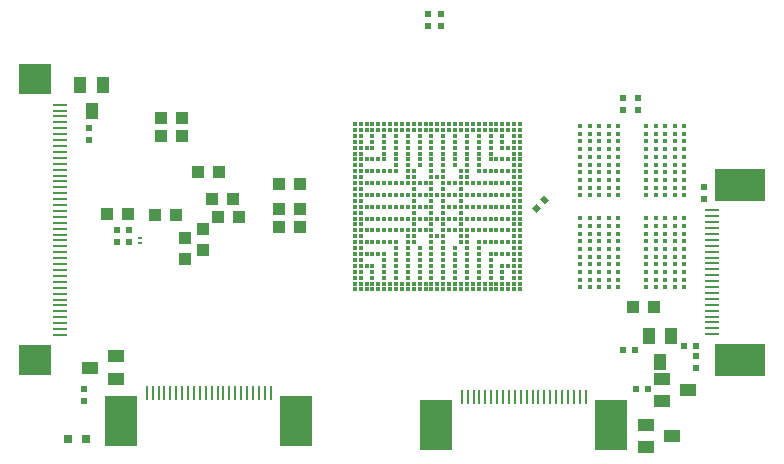
<source format=gbr>
G04 #@! TF.GenerationSoftware,KiCad,Pcbnew,5.1.0-rc2-unknown-036be7d~80~ubuntu16.04.1*
G04 #@! TF.CreationDate,2023-04-21T13:27:13+03:00*
G04 #@! TF.ProjectId,iMX8MPLUS-SOM_Rev_B,694d5838-4d50-44c5-9553-2d534f4d5f52,A*
G04 #@! TF.SameCoordinates,Original*
G04 #@! TF.FileFunction,Paste,Top*
G04 #@! TF.FilePolarity,Positive*
%FSLAX46Y46*%
G04 Gerber Fmt 4.6, Leading zero omitted, Abs format (unit mm)*
G04 Created by KiCad (PCBNEW 5.1.0-rc2-unknown-036be7d~80~ubuntu16.04.1) date 2023-04-21 13:27:13*
%MOMM*%
%LPD*%
G04 APERTURE LIST*
%ADD10R,1.280000X0.230000*%
%ADD11R,2.800000X2.600000*%
%ADD12R,2.700000X4.300000*%
%ADD13R,0.230000X1.180000*%
%ADD14R,1.180000X0.230000*%
%ADD15R,4.300000X2.700000*%
%ADD16R,0.550000X0.500000*%
%ADD17R,1.400000X1.000000*%
%ADD18R,0.300000X0.300000*%
%ADD19R,1.016000X1.016000*%
%ADD20C,0.500000*%
%ADD21C,0.100000*%
%ADD22R,0.500000X0.550000*%
%ADD23R,0.381000X0.254000*%
%ADD24R,0.800000X0.800000*%
%ADD25R,1.000000X1.400000*%
G04 APERTURE END LIST*
D10*
X91550000Y-95856000D03*
X91550000Y-95356000D03*
X91550000Y-94856000D03*
X91550000Y-94356000D03*
X91550000Y-93856000D03*
X91550000Y-93356000D03*
X91550000Y-92856000D03*
X91550000Y-92356000D03*
X91550000Y-91856000D03*
X91550000Y-91356000D03*
X91550000Y-90856000D03*
X91550000Y-90356000D03*
X91550000Y-89856000D03*
X91550000Y-89356000D03*
X91550000Y-88856000D03*
X91550000Y-88356000D03*
X91550000Y-87856000D03*
X91550000Y-87356000D03*
X91550000Y-86856000D03*
X91550000Y-86356000D03*
X91550000Y-85856000D03*
X91550000Y-85356000D03*
X91550000Y-84856000D03*
X91550000Y-84356000D03*
X91550000Y-83856000D03*
X91550000Y-83356000D03*
X91550000Y-82856000D03*
X91550000Y-82356000D03*
X91550000Y-81856000D03*
X91550000Y-81356000D03*
X91550000Y-80856000D03*
X91550000Y-80356000D03*
X91550000Y-79856000D03*
X91550000Y-79356000D03*
X91550000Y-78856000D03*
X91550000Y-78356000D03*
X91550000Y-77856000D03*
X91550000Y-77356000D03*
X91550000Y-76856000D03*
X91550000Y-76356000D03*
D11*
X89450000Y-98006000D03*
X89450000Y-74206000D03*
D12*
X138210000Y-103501000D03*
X123410000Y-103501000D03*
D13*
X136060000Y-101151000D03*
X135560000Y-101151000D03*
X135060000Y-101151000D03*
X134560000Y-101151000D03*
X134060000Y-101151000D03*
X133560000Y-101151000D03*
X133060000Y-101151000D03*
X132560000Y-101151000D03*
X132060000Y-101151000D03*
X131560000Y-101151000D03*
X131060000Y-101151000D03*
X130560000Y-101151000D03*
X130060000Y-101151000D03*
X129560000Y-101151000D03*
X129060000Y-101151000D03*
X128560000Y-101151000D03*
X128060000Y-101151000D03*
X127560000Y-101151000D03*
X127060000Y-101151000D03*
X126560000Y-101151000D03*
X126060000Y-101151000D03*
X125560000Y-101151000D03*
D12*
X111540000Y-103120000D03*
X96740000Y-103120000D03*
D13*
X109390000Y-100770000D03*
X108890000Y-100770000D03*
X108390000Y-100770000D03*
X107890000Y-100770000D03*
X107390000Y-100770000D03*
X106890000Y-100770000D03*
X106390000Y-100770000D03*
X105890000Y-100770000D03*
X105390000Y-100770000D03*
X104890000Y-100770000D03*
X104390000Y-100770000D03*
X103890000Y-100770000D03*
X103390000Y-100770000D03*
X102890000Y-100770000D03*
X102390000Y-100770000D03*
X101890000Y-100770000D03*
X101390000Y-100770000D03*
X100890000Y-100770000D03*
X100390000Y-100770000D03*
X99890000Y-100770000D03*
X99390000Y-100770000D03*
X98890000Y-100770000D03*
D14*
X146744000Y-95801000D03*
X146744000Y-95301000D03*
X146744000Y-94801000D03*
X146744000Y-94301000D03*
X146744000Y-93801000D03*
X146744000Y-93301000D03*
X146744000Y-92801000D03*
X146744000Y-92301000D03*
X146744000Y-91801000D03*
X146744000Y-91301000D03*
X146744000Y-90801000D03*
X146744000Y-90301000D03*
X146744000Y-89801000D03*
X146744000Y-89301000D03*
X146744000Y-88801000D03*
X146744000Y-88301000D03*
X146744000Y-87801000D03*
X146744000Y-87301000D03*
X146744000Y-86801000D03*
X146744000Y-86301000D03*
X146744000Y-85801000D03*
X146744000Y-85301000D03*
D15*
X149094000Y-97951000D03*
X149094000Y-83151000D03*
D16*
X93980000Y-79375000D03*
X93980000Y-78359000D03*
D17*
X94056200Y-98620580D03*
X96266000Y-97665540D03*
X96266000Y-99568000D03*
X142529560Y-99568000D03*
X142529560Y-101470460D03*
X144739360Y-100515420D03*
D18*
X135600000Y-78175000D03*
X136400000Y-78175000D03*
X137200000Y-78175000D03*
X138000000Y-78175000D03*
X138800000Y-78175000D03*
X141200000Y-78175000D03*
X142000000Y-78175000D03*
X142800000Y-78175000D03*
X143600000Y-78175000D03*
X144400000Y-78175000D03*
X135600000Y-91175000D03*
X136400000Y-91175000D03*
X137200000Y-91175000D03*
X138000000Y-91175000D03*
X138800000Y-91175000D03*
X141200000Y-91175000D03*
X142000000Y-91175000D03*
X142800000Y-91175000D03*
X143600000Y-91175000D03*
X144400000Y-91175000D03*
X135600000Y-91825000D03*
X136400000Y-91825000D03*
X137200000Y-91825000D03*
X138000000Y-91825000D03*
X138800000Y-91825000D03*
X141200000Y-91825000D03*
X142000000Y-91825000D03*
X142800000Y-91825000D03*
X143600000Y-91825000D03*
X144400000Y-91825000D03*
X135600000Y-78825000D03*
X136400000Y-78825000D03*
X137200000Y-78825000D03*
X138000000Y-78825000D03*
X138800000Y-78825000D03*
X141200000Y-78825000D03*
X142000000Y-78825000D03*
X142800000Y-78825000D03*
X143600000Y-78825000D03*
X144400000Y-78825000D03*
X135600000Y-79475000D03*
X136400000Y-79475000D03*
X137200000Y-79475000D03*
X138000000Y-79475000D03*
X138800000Y-79475000D03*
X141200000Y-79475000D03*
X142000000Y-79475000D03*
X142800000Y-79475000D03*
X143600000Y-79475000D03*
X144400000Y-79475000D03*
X135600000Y-80125000D03*
X136400000Y-80125000D03*
X137200000Y-80125000D03*
X138000000Y-80125000D03*
X138800000Y-80125000D03*
X141200000Y-80125000D03*
X142000000Y-80125000D03*
X142800000Y-80125000D03*
X143600000Y-80125000D03*
X144400000Y-80125000D03*
X135600000Y-80775000D03*
X136400000Y-80775000D03*
X137200000Y-80775000D03*
X138000000Y-80775000D03*
X138800000Y-80775000D03*
X141200000Y-80775000D03*
X142000000Y-80775000D03*
X142800000Y-80775000D03*
X143600000Y-80775000D03*
X144400000Y-80775000D03*
X135600000Y-81425000D03*
X136400000Y-81425000D03*
X137200000Y-81425000D03*
X138000000Y-81425000D03*
X138800000Y-81425000D03*
X141200000Y-81425000D03*
X142000000Y-81425000D03*
X142800000Y-81425000D03*
X143600000Y-81425000D03*
X144400000Y-81425000D03*
X135600000Y-82075000D03*
X136400000Y-82075000D03*
X137200000Y-82075000D03*
X138000000Y-82075000D03*
X138800000Y-82075000D03*
X141200000Y-82075000D03*
X142000000Y-82075000D03*
X142800000Y-82075000D03*
X143600000Y-82075000D03*
X144400000Y-82075000D03*
X135600000Y-82725000D03*
X136400000Y-82725000D03*
X137200000Y-82725000D03*
X138000000Y-82725000D03*
X138800000Y-82725000D03*
X141200000Y-82725000D03*
X142000000Y-82725000D03*
X142800000Y-82725000D03*
X143600000Y-82725000D03*
X144400000Y-82725000D03*
X135600000Y-83375000D03*
X136400000Y-83375000D03*
X137200000Y-83375000D03*
X138000000Y-83375000D03*
X138800000Y-83375000D03*
X141200000Y-83375000D03*
X142000000Y-83375000D03*
X142800000Y-83375000D03*
X143600000Y-83375000D03*
X144400000Y-83375000D03*
X135600000Y-84025000D03*
X136400000Y-84025000D03*
X137200000Y-84025000D03*
X138000000Y-84025000D03*
X138800000Y-84025000D03*
X141200000Y-84025000D03*
X142000000Y-84025000D03*
X142800000Y-84025000D03*
X143600000Y-84025000D03*
X144400000Y-84025000D03*
X135600000Y-85975000D03*
X136400000Y-85975000D03*
X137200000Y-85975000D03*
X138000000Y-85975000D03*
X138800000Y-85975000D03*
X141200000Y-85975000D03*
X142000000Y-85975000D03*
X142800000Y-85975000D03*
X143600000Y-85975000D03*
X144400000Y-85975000D03*
X135600000Y-86625000D03*
X136400000Y-86625000D03*
X137200000Y-86625000D03*
X138000000Y-86625000D03*
X138800000Y-86625000D03*
X141200000Y-86625000D03*
X142000000Y-86625000D03*
X142800000Y-86625000D03*
X143600000Y-86625000D03*
X144400000Y-86625000D03*
X135600000Y-87275000D03*
X136400000Y-87275000D03*
X137200000Y-87275000D03*
X138000000Y-87275000D03*
X138800000Y-87275000D03*
X141200000Y-87275000D03*
X142000000Y-87275000D03*
X142800000Y-87275000D03*
X143600000Y-87275000D03*
X144400000Y-87275000D03*
X135600000Y-87925000D03*
X136400000Y-87925000D03*
X137200000Y-87925000D03*
X138000000Y-87925000D03*
X138800000Y-87925000D03*
X141200000Y-87925000D03*
X142000000Y-87925000D03*
X142800000Y-87925000D03*
X143600000Y-87925000D03*
X144400000Y-87925000D03*
X135600000Y-88575000D03*
X136400000Y-88575000D03*
X137200000Y-88575000D03*
X138000000Y-88575000D03*
X138800000Y-88575000D03*
X141200000Y-88575000D03*
X142000000Y-88575000D03*
X142800000Y-88575000D03*
X143600000Y-88575000D03*
X144400000Y-88575000D03*
X135600000Y-89225000D03*
X136400000Y-89225000D03*
X137200000Y-89225000D03*
X138000000Y-89225000D03*
X138800000Y-89225000D03*
X141200000Y-89225000D03*
X142000000Y-89225000D03*
X142800000Y-89225000D03*
X143600000Y-89225000D03*
X144400000Y-89225000D03*
X135600000Y-89875000D03*
X136400000Y-89875000D03*
X137200000Y-89875000D03*
X138000000Y-89875000D03*
X138800000Y-89875000D03*
X141200000Y-89875000D03*
X142000000Y-89875000D03*
X142800000Y-89875000D03*
X143600000Y-89875000D03*
X144400000Y-89875000D03*
X135600000Y-90525000D03*
X136400000Y-90525000D03*
X137200000Y-90525000D03*
X138000000Y-90525000D03*
X138800000Y-90525000D03*
X141200000Y-90525000D03*
X142000000Y-90525000D03*
X142800000Y-90525000D03*
X143600000Y-90525000D03*
X144400000Y-90525000D03*
D19*
X140081000Y-93472000D03*
X141859000Y-93472000D03*
X103632000Y-86868000D03*
X103632000Y-88646000D03*
X103251000Y-82042000D03*
X105029000Y-82042000D03*
X100076000Y-77470000D03*
X101854000Y-77470000D03*
X100076000Y-78994000D03*
X101854000Y-78994000D03*
X104902000Y-85852000D03*
X106680000Y-85852000D03*
X106172000Y-84328000D03*
X104394000Y-84328000D03*
X99568000Y-85725000D03*
X101346000Y-85725000D03*
X102108000Y-89408000D03*
X102108000Y-87630000D03*
X97282000Y-85598000D03*
X95504000Y-85598000D03*
X111887000Y-86741000D03*
X110109000Y-86741000D03*
X111887000Y-85217000D03*
X110109000Y-85217000D03*
X110109000Y-83058000D03*
X111887000Y-83058000D03*
D16*
X146050000Y-83312000D03*
X146050000Y-84328000D03*
D20*
X131869580Y-85119010D03*
D21*
G36*
X131851902Y-84747779D02*
G01*
X132240811Y-85136688D01*
X131887258Y-85490241D01*
X131498349Y-85101332D01*
X131851902Y-84747779D01*
X131851902Y-84747779D01*
G37*
D20*
X132588000Y-84400590D03*
D21*
G36*
X132605678Y-84771821D02*
G01*
X132216769Y-84382912D01*
X132570322Y-84029359D01*
X132959231Y-84418268D01*
X132605678Y-84771821D01*
X132605678Y-84771821D01*
G37*
D16*
X139192000Y-76835000D03*
X139192000Y-75819000D03*
X140462000Y-75819000D03*
X140462000Y-76835000D03*
D22*
X96393000Y-88011000D03*
X97409000Y-88011000D03*
X97409000Y-86995000D03*
X96393000Y-86995000D03*
D18*
X116500000Y-86500000D03*
X117000000Y-86500000D03*
X130500000Y-86500000D03*
X121500000Y-86500000D03*
X123000000Y-86500000D03*
X130000000Y-86500000D03*
X125500000Y-86500000D03*
X124000000Y-86500000D03*
X121500000Y-87000000D03*
X125000000Y-87000000D03*
X128500000Y-87000000D03*
X129500000Y-87000000D03*
X128000000Y-87000000D03*
X127500000Y-87000000D03*
X124500000Y-87000000D03*
X119000000Y-87000000D03*
X122500000Y-87000000D03*
X130500000Y-87000000D03*
X126000000Y-87000000D03*
X125500000Y-87000000D03*
X116500000Y-87000000D03*
X118500000Y-87000000D03*
X119500000Y-87000000D03*
X126500000Y-87000000D03*
X122000000Y-87000000D03*
X127000000Y-87000000D03*
X121000000Y-87000000D03*
X120000000Y-87000000D03*
X120500000Y-87000000D03*
X124000000Y-87000000D03*
X117000000Y-87000000D03*
X129000000Y-87000000D03*
X118000000Y-87000000D03*
X117500000Y-87000000D03*
X123000000Y-87000000D03*
X130000000Y-87000000D03*
X121500000Y-87500000D03*
X123500000Y-87500000D03*
X117000000Y-87500000D03*
X125500000Y-87500000D03*
X116500000Y-87500000D03*
X130500000Y-87500000D03*
X126000000Y-87500000D03*
X124000000Y-87500000D03*
X121000000Y-87500000D03*
X123000000Y-87500000D03*
X130000000Y-87500000D03*
X119500000Y-88000000D03*
X127500000Y-88000000D03*
X127000000Y-88000000D03*
X126000000Y-88000000D03*
X120000000Y-88000000D03*
X129000000Y-88000000D03*
X130500000Y-88000000D03*
X124000000Y-88000000D03*
X119000000Y-88000000D03*
X128500000Y-88000000D03*
X117500000Y-88000000D03*
X130000000Y-88000000D03*
X118500000Y-88000000D03*
X123000000Y-88000000D03*
X118000000Y-88000000D03*
X116500000Y-88000000D03*
X121500000Y-88000000D03*
X129500000Y-88000000D03*
X125500000Y-88000000D03*
X117000000Y-88000000D03*
X121000000Y-88000000D03*
X128000000Y-88000000D03*
X126000000Y-88500000D03*
X120000000Y-88500000D03*
X130000000Y-88500000D03*
X124000000Y-88500000D03*
X117000000Y-88500000D03*
X122000000Y-88500000D03*
X130500000Y-88500000D03*
X125000000Y-88500000D03*
X127000000Y-88500000D03*
X116500000Y-88500000D03*
X121000000Y-88500000D03*
X123000000Y-88500000D03*
X128500000Y-89000000D03*
X118500000Y-89000000D03*
X117500000Y-89000000D03*
X117000000Y-89000000D03*
X130500000Y-89000000D03*
X125000000Y-89000000D03*
X124000000Y-89000000D03*
X122000000Y-89000000D03*
X127000000Y-89000000D03*
X126000000Y-89000000D03*
X130000000Y-89000000D03*
X120000000Y-89000000D03*
X129000000Y-89000000D03*
X129500000Y-89000000D03*
X121000000Y-89000000D03*
X128000000Y-89000000D03*
X123000000Y-89000000D03*
X118000000Y-89000000D03*
X119000000Y-89000000D03*
X116500000Y-89000000D03*
X116500000Y-89500000D03*
X119000000Y-89500000D03*
X121000000Y-89500000D03*
X128000000Y-89500000D03*
X123000000Y-89500000D03*
X130500000Y-89500000D03*
X125000000Y-89500000D03*
X127000000Y-89500000D03*
X126000000Y-89500000D03*
X120000000Y-89500000D03*
X122000000Y-89500000D03*
X124000000Y-89500000D03*
X117000000Y-89500000D03*
X130000000Y-89500000D03*
X117500000Y-90000000D03*
X129500000Y-90000000D03*
X116500000Y-90000000D03*
X118000000Y-90000000D03*
X119000000Y-90000000D03*
X121000000Y-90000000D03*
X128000000Y-90000000D03*
X123000000Y-90000000D03*
X130500000Y-90000000D03*
X125000000Y-90000000D03*
X127000000Y-90000000D03*
X126000000Y-90000000D03*
X120000000Y-90000000D03*
X122000000Y-90000000D03*
X129000000Y-90000000D03*
X124000000Y-90000000D03*
X117000000Y-90000000D03*
X130000000Y-90000000D03*
X130500000Y-90500000D03*
X120000000Y-90500000D03*
X128000000Y-90500000D03*
X121000000Y-90500000D03*
X130000000Y-90500000D03*
X116500000Y-90500000D03*
X122000000Y-90500000D03*
X126000000Y-90500000D03*
X129000000Y-90500000D03*
X127000000Y-90500000D03*
X117000000Y-90500000D03*
X124000000Y-90500000D03*
X119000000Y-90500000D03*
X118000000Y-90500000D03*
X125000000Y-90500000D03*
X123000000Y-90500000D03*
X130000000Y-91000000D03*
X119000000Y-91000000D03*
X130500000Y-91000000D03*
X124000000Y-91000000D03*
X121000000Y-91000000D03*
X129000000Y-91000000D03*
X128000000Y-91000000D03*
X125000000Y-91000000D03*
X123000000Y-91000000D03*
X118000000Y-91000000D03*
X122000000Y-91000000D03*
X126000000Y-91000000D03*
X120000000Y-91000000D03*
X116500000Y-91000000D03*
X127000000Y-91000000D03*
X117000000Y-91000000D03*
X121500000Y-91500000D03*
X123500000Y-91500000D03*
X125000000Y-91500000D03*
X128500000Y-91500000D03*
X129500000Y-91500000D03*
X128000000Y-91500000D03*
X127500000Y-91500000D03*
X124500000Y-91500000D03*
X119000000Y-91500000D03*
X122500000Y-91500000D03*
X130500000Y-91500000D03*
X126000000Y-91500000D03*
X125500000Y-91500000D03*
X116500000Y-91500000D03*
X118500000Y-91500000D03*
X119500000Y-91500000D03*
X126500000Y-91500000D03*
X122000000Y-91500000D03*
X127000000Y-91500000D03*
X121000000Y-91500000D03*
X120000000Y-91500000D03*
X120500000Y-91500000D03*
X124000000Y-91500000D03*
X117000000Y-91500000D03*
X129000000Y-91500000D03*
X118000000Y-91500000D03*
X117500000Y-91500000D03*
X123000000Y-91500000D03*
X130000000Y-91500000D03*
X120000000Y-92000000D03*
X120500000Y-92000000D03*
X118500000Y-92000000D03*
X118000000Y-92000000D03*
X119500000Y-92000000D03*
X116500000Y-92000000D03*
X117000000Y-92000000D03*
X119000000Y-92000000D03*
X117500000Y-92000000D03*
X125000000Y-92000000D03*
X125500000Y-92000000D03*
X123500000Y-92000000D03*
X123000000Y-92000000D03*
X124500000Y-92000000D03*
X121500000Y-92000000D03*
X121000000Y-92000000D03*
X122000000Y-92000000D03*
X124000000Y-92000000D03*
X122500000Y-92000000D03*
X126000000Y-92000000D03*
X126500000Y-92000000D03*
X127000000Y-92000000D03*
X127500000Y-92000000D03*
X128000000Y-92000000D03*
X128500000Y-92000000D03*
X129000000Y-92000000D03*
X129500000Y-92000000D03*
X130000000Y-92000000D03*
X130500000Y-92000000D03*
X129000000Y-86000000D03*
X127500000Y-86000000D03*
X130000000Y-86000000D03*
X130500000Y-86000000D03*
X127000000Y-86000000D03*
X126000000Y-86000000D03*
X124500000Y-86000000D03*
X124000000Y-86000000D03*
X120000000Y-86000000D03*
X117500000Y-86000000D03*
X119000000Y-86000000D03*
X123500000Y-86000000D03*
X118000000Y-86000000D03*
X128000000Y-86000000D03*
X125500000Y-86000000D03*
X121000000Y-86000000D03*
X122000000Y-86000000D03*
X129500000Y-86000000D03*
X118500000Y-86000000D03*
X125000000Y-86000000D03*
X120500000Y-86000000D03*
X122500000Y-86000000D03*
X126500000Y-86000000D03*
X121500000Y-86000000D03*
X123000000Y-86000000D03*
X128500000Y-86000000D03*
X117000000Y-86000000D03*
X119500000Y-86000000D03*
X116500000Y-86000000D03*
X124000000Y-85500000D03*
X121500000Y-85500000D03*
X123000000Y-85500000D03*
X116500000Y-85500000D03*
X117000000Y-85500000D03*
X125500000Y-85500000D03*
X130000000Y-85500000D03*
X130500000Y-85500000D03*
X127000000Y-85000000D03*
X126500000Y-85000000D03*
X124500000Y-85000000D03*
X122500000Y-85000000D03*
X124000000Y-85000000D03*
X123000000Y-85000000D03*
X121000000Y-85000000D03*
X118500000Y-85000000D03*
X117500000Y-85000000D03*
X118000000Y-85000000D03*
X119000000Y-85000000D03*
X119500000Y-85000000D03*
X128000000Y-85000000D03*
X122000000Y-85000000D03*
X129500000Y-85000000D03*
X130000000Y-85000000D03*
X125500000Y-85000000D03*
X127500000Y-85000000D03*
X117000000Y-85000000D03*
X129000000Y-85000000D03*
X120000000Y-85000000D03*
X130500000Y-85000000D03*
X125000000Y-85000000D03*
X121500000Y-85000000D03*
X120500000Y-85000000D03*
X128500000Y-85000000D03*
X116500000Y-85000000D03*
X126000000Y-85000000D03*
X116500000Y-84500000D03*
X125500000Y-84500000D03*
X123000000Y-84500000D03*
X130000000Y-84500000D03*
X130500000Y-84500000D03*
X121500000Y-84500000D03*
X124000000Y-84500000D03*
X117000000Y-84500000D03*
X125500000Y-84000000D03*
X121000000Y-84000000D03*
X120000000Y-84000000D03*
X116500000Y-84000000D03*
X122000000Y-84000000D03*
X123000000Y-84000000D03*
X121500000Y-84000000D03*
X119000000Y-84000000D03*
X128000000Y-84000000D03*
X118500000Y-84000000D03*
X122500000Y-84000000D03*
X120500000Y-84000000D03*
X126500000Y-84000000D03*
X125000000Y-84000000D03*
X118000000Y-84000000D03*
X124000000Y-84000000D03*
X123500000Y-84000000D03*
X129500000Y-84000000D03*
X124500000Y-84000000D03*
X117000000Y-84000000D03*
X119500000Y-84000000D03*
X128500000Y-84000000D03*
X127000000Y-84000000D03*
X126000000Y-84000000D03*
X117500000Y-84000000D03*
X129000000Y-84000000D03*
X127500000Y-84000000D03*
X130000000Y-84000000D03*
X130500000Y-84000000D03*
X124000000Y-83500000D03*
X123000000Y-83500000D03*
X130000000Y-83500000D03*
X116500000Y-83500000D03*
X130500000Y-83500000D03*
X125500000Y-83500000D03*
X117000000Y-83500000D03*
X121500000Y-83500000D03*
X127000000Y-83000000D03*
X126500000Y-83000000D03*
X124500000Y-83000000D03*
X122500000Y-83000000D03*
X124000000Y-83000000D03*
X123000000Y-83000000D03*
X121000000Y-83000000D03*
X118500000Y-83000000D03*
X117500000Y-83000000D03*
X118000000Y-83000000D03*
X119000000Y-83000000D03*
X119500000Y-83000000D03*
X128000000Y-83000000D03*
X122000000Y-83000000D03*
X129500000Y-83000000D03*
X130000000Y-83000000D03*
X125500000Y-83000000D03*
X127500000Y-83000000D03*
X117000000Y-83000000D03*
X129000000Y-83000000D03*
X120000000Y-83000000D03*
X130500000Y-83000000D03*
X125000000Y-83000000D03*
X121500000Y-83000000D03*
X120500000Y-83000000D03*
X128500000Y-83000000D03*
X116500000Y-83000000D03*
X126000000Y-83000000D03*
X124000000Y-82500000D03*
X121000000Y-82500000D03*
X126000000Y-82500000D03*
X130000000Y-82500000D03*
X130500000Y-82500000D03*
X125500000Y-82500000D03*
X116500000Y-82500000D03*
X123500000Y-82500000D03*
X121500000Y-82500000D03*
X117000000Y-82500000D03*
X123000000Y-82500000D03*
X127500000Y-82000000D03*
X120000000Y-82000000D03*
X129000000Y-82000000D03*
X123000000Y-82000000D03*
X119500000Y-82000000D03*
X127000000Y-82000000D03*
X126000000Y-82000000D03*
X118500000Y-82000000D03*
X128000000Y-82000000D03*
X117500000Y-82000000D03*
X130000000Y-82000000D03*
X118000000Y-82000000D03*
X116500000Y-82000000D03*
X121500000Y-82000000D03*
X117000000Y-82000000D03*
X121000000Y-82000000D03*
X130500000Y-82000000D03*
X124000000Y-82000000D03*
X119000000Y-82000000D03*
X128500000Y-82000000D03*
X129500000Y-82000000D03*
X125500000Y-82000000D03*
X123000000Y-81500000D03*
X121000000Y-81500000D03*
X130000000Y-81500000D03*
X127000000Y-81500000D03*
X116500000Y-81500000D03*
X125000000Y-81500000D03*
X124000000Y-81500000D03*
X117000000Y-81500000D03*
X122000000Y-81500000D03*
X130500000Y-81500000D03*
X126000000Y-81500000D03*
X120000000Y-81500000D03*
X127000000Y-81000000D03*
X122000000Y-81000000D03*
X125000000Y-81000000D03*
X130500000Y-81000000D03*
X126000000Y-81000000D03*
X118500000Y-81000000D03*
X124000000Y-81000000D03*
X117500000Y-81000000D03*
X117000000Y-81000000D03*
X128500000Y-81000000D03*
X116500000Y-81000000D03*
X119000000Y-81000000D03*
X118000000Y-81000000D03*
X123000000Y-81000000D03*
X128000000Y-81000000D03*
X121000000Y-81000000D03*
X129500000Y-81000000D03*
X129000000Y-81000000D03*
X120000000Y-81000000D03*
X130000000Y-81000000D03*
X130500000Y-80500000D03*
X125000000Y-80500000D03*
X127000000Y-80500000D03*
X126000000Y-80500000D03*
X120000000Y-80500000D03*
X122000000Y-80500000D03*
X124000000Y-80500000D03*
X117000000Y-80500000D03*
X130000000Y-80500000D03*
X123000000Y-80500000D03*
X128000000Y-80500000D03*
X119000000Y-80500000D03*
X116500000Y-80500000D03*
X121000000Y-80500000D03*
X117500000Y-80000000D03*
X129500000Y-80000000D03*
X116500000Y-80000000D03*
X118000000Y-80000000D03*
X119000000Y-80000000D03*
X121000000Y-80000000D03*
X128000000Y-80000000D03*
X123000000Y-80000000D03*
X130000000Y-80000000D03*
X122000000Y-80000000D03*
X129000000Y-80000000D03*
X120000000Y-80000000D03*
X127000000Y-80000000D03*
X126000000Y-80000000D03*
X130500000Y-80000000D03*
X125000000Y-80000000D03*
X124000000Y-80000000D03*
X117000000Y-80000000D03*
X130500000Y-79500000D03*
X120000000Y-79500000D03*
X130000000Y-79500000D03*
X116500000Y-79500000D03*
X122000000Y-79500000D03*
X126000000Y-79500000D03*
X121000000Y-79500000D03*
X128000000Y-79500000D03*
X129000000Y-79500000D03*
X127000000Y-79500000D03*
X117000000Y-79500000D03*
X124000000Y-79500000D03*
X119000000Y-79500000D03*
X118000000Y-79500000D03*
X125000000Y-79500000D03*
X123000000Y-79500000D03*
X117000000Y-79000000D03*
X119000000Y-79000000D03*
X123000000Y-79000000D03*
X128000000Y-79000000D03*
X125000000Y-79000000D03*
X116500000Y-79000000D03*
X127000000Y-79000000D03*
X121000000Y-79000000D03*
X122000000Y-79000000D03*
X130000000Y-79000000D03*
X120000000Y-79000000D03*
X118000000Y-79000000D03*
X124000000Y-79000000D03*
X126000000Y-79000000D03*
X129000000Y-79000000D03*
X130500000Y-79000000D03*
X129500000Y-78500000D03*
X129000000Y-78500000D03*
X128500000Y-78500000D03*
X120000000Y-78500000D03*
X120500000Y-78500000D03*
X118500000Y-78500000D03*
X118000000Y-78500000D03*
X119500000Y-78500000D03*
X116500000Y-78500000D03*
X117000000Y-78500000D03*
X119000000Y-78500000D03*
X117500000Y-78500000D03*
X125000000Y-78500000D03*
X125500000Y-78500000D03*
X123500000Y-78500000D03*
X123000000Y-78500000D03*
X124500000Y-78500000D03*
X121500000Y-78500000D03*
X128000000Y-78500000D03*
X127500000Y-78500000D03*
X126500000Y-78500000D03*
X126000000Y-78500000D03*
X122500000Y-78500000D03*
X124000000Y-78500000D03*
X121000000Y-78500000D03*
X122000000Y-78500000D03*
X127000000Y-78500000D03*
X130500000Y-78500000D03*
X130000000Y-78500000D03*
X120000000Y-78000000D03*
X120500000Y-78000000D03*
X118500000Y-78000000D03*
X118000000Y-78000000D03*
X119500000Y-78000000D03*
X116500000Y-78000000D03*
X117000000Y-78000000D03*
X119000000Y-78000000D03*
X117500000Y-78000000D03*
X125000000Y-78000000D03*
X125500000Y-78000000D03*
X123500000Y-78000000D03*
X123000000Y-78000000D03*
X124500000Y-78000000D03*
X121500000Y-78000000D03*
X128000000Y-78000000D03*
X127500000Y-78000000D03*
X126500000Y-78000000D03*
X126000000Y-78000000D03*
X122500000Y-78000000D03*
X124000000Y-78000000D03*
X121000000Y-78000000D03*
X122000000Y-78000000D03*
X127000000Y-78000000D03*
X130500000Y-78000000D03*
X130000000Y-78000000D03*
X129500000Y-78000000D03*
X129000000Y-78000000D03*
X128500000Y-78000000D03*
D23*
X98298000Y-88061800D03*
X98298000Y-87630000D03*
D16*
X93599000Y-101473000D03*
X93599000Y-100457000D03*
D24*
X92202000Y-104648000D03*
X93726000Y-104648000D03*
D16*
X122682000Y-69723000D03*
X122682000Y-68707000D03*
X123825000Y-68707000D03*
X123825000Y-69723000D03*
D25*
X142369540Y-98130360D03*
X141414500Y-95920560D03*
X143316960Y-95920560D03*
D22*
X140335000Y-100457000D03*
X141351000Y-100457000D03*
X140208000Y-97155000D03*
X139192000Y-97155000D03*
D16*
X145415000Y-97663000D03*
X145415000Y-98679000D03*
D22*
X144399000Y-96774000D03*
X145415000Y-96774000D03*
D17*
X141173200Y-103444040D03*
X141173200Y-105346500D03*
X143383000Y-104391460D03*
D25*
X95183960Y-74711560D03*
X93281500Y-74711560D03*
X94236540Y-76921360D03*
M02*

</source>
